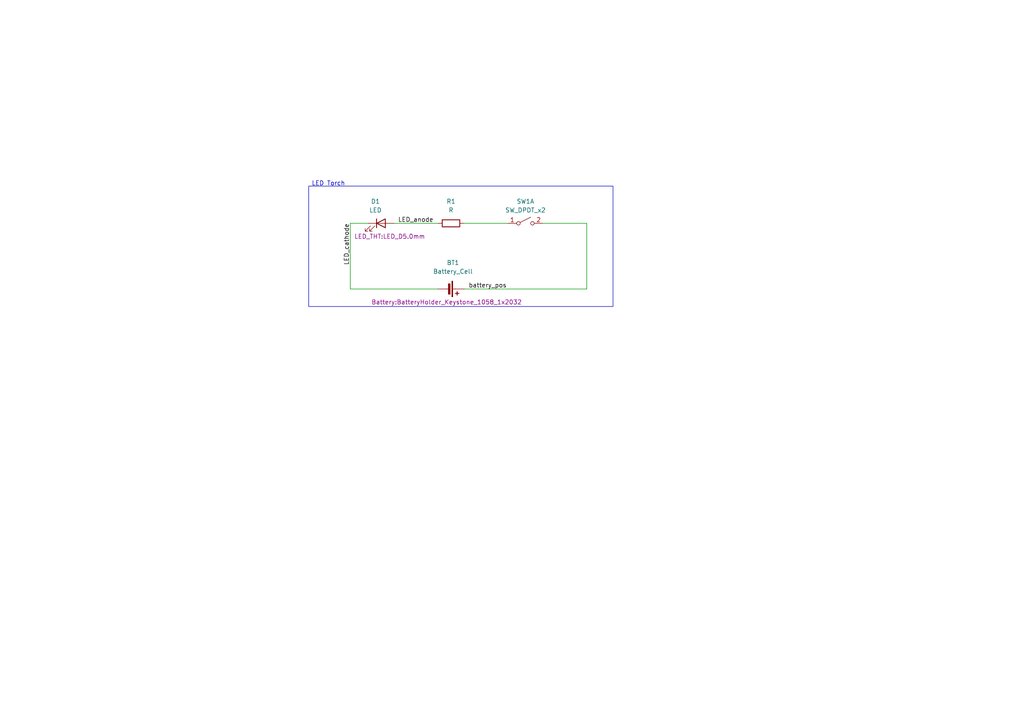
<source format=kicad_sch>
(kicad_sch (version 20250114) (generator "eeschema") (generator_version "9.0")
  (paper "A4")
  (title_block (title "Project 1 LED"))
  (lib_symbols
    (symbol "Device:Battery_Cell" (pin_numbers (hide yes)) (pin_names (offset 0) (hide yes))
      (property "Reference" "BT" (at 2.54 2.54 0))
      (property "Value" "Battery_Cell" (at 2.54 0 0))
      (symbol "Battery_Cell_0_1"
        (rectangle (start -2.286 1.778) (end 2.286 1.524) (fill (type outline)))
        (rectangle (start -1.524 1.016) (end 1.524 0.508) (fill (type outline)))
        (polyline (pts (xy 0 1.778) (xy 0 2.54)))
        (polyline (pts (xy 0 0.762) (xy 0 0)))
        (polyline (pts (xy 0.762 3.048) (xy 1.778 3.048)) (stroke (width 0.254)))
        (polyline (pts (xy 1.27 3.556) (xy 1.27 2.54)) (stroke (width 0.254)))
      )
      (symbol "Battery_Cell_1_1"
        (pin passive line (at 0 5.08 270) (length 2.54) (name "+") (number "1"))
        (pin passive line (at 0 -2.54 90) (length 2.54) (name "-") (number "2"))
      )
    )
    (symbol "Device:LED" (pin_numbers (hide yes)) (pin_names (offset 1.016) (hide yes))
      (property "Reference" "D" (at 0 2.54 0))
      (property "Value" "LED" (at 0 -2.54 0))
      (symbol "LED_0_1"
        (polyline (pts (xy -3.048 -0.762) (xy -4.572 -2.286) (xy -3.81 -2.286) (xy -4.572 -2.286) (xy -4.572 -1.524)))
        (polyline (pts (xy -1.778 -0.762) (xy -3.302 -2.286) (xy -2.54 -2.286) (xy -3.302 -2.286) (xy -3.302 -1.524)))
        (polyline (pts (xy -1.27 0) (xy 1.27 0)))
        (polyline (pts (xy -1.27 -1.27) (xy -1.27 1.27)) (stroke (width 0.254)))
        (polyline (pts (xy 1.27 -1.27) (xy 1.27 1.27) (xy -1.27 0) (xy 1.27 -1.27)) (stroke (width 0.254)))
      )
      (symbol "LED_1_1"
        (pin passive line (at -3.81 0 0) (length 2.54) (name "K") (number "1"))
        (pin passive line (at 3.81 0 180) (length 2.54) (name "A") (number "2"))
      )
    )
    (symbol "Device:R" (pin_numbers (hide yes)) (pin_names (offset 0))
      (property "Reference" "R" (at 2.032 0 90))
      (property "Value" "R" (at 0 0 90))
      (symbol "R_0_1"
        (rectangle (start -1.016 -2.54) (end 1.016 2.54) (stroke (width 0.254)))
      )
      (symbol "R_1_1"
        (pin passive line (at 0 3.81 270) (length 1.27) (name "~") (number "1"))
        (pin passive line (at 0 -3.81 90) (length 1.27) (name "~") (number "2"))
      )
    )
    (symbol "Switch:SW_DPST_x2" (pin_names (offset 0) (hide yes))
      (property "Reference" "SW" (at 0 3.175 0))
      (property "Value" "SW_DPST_x2" (at 0 -2.54 0))
      (symbol "SW_DPST_x2_0_0"
        (circle (center -2.032 0) (radius 0.508))
        (polyline (pts (xy -1.524 0.254) (xy 1.524 1.778)))
        (circle (center 2.032 0) (radius 0.508))
      )
      (symbol "SW_DPST_x2_1_1"
        (pin passive line (at -5.08 0 0) (length 2.54) (name "A") (number "1"))
        (pin passive line (at 5.08 0 180) (length 2.54) (name "B") (number "2"))
      )
      (symbol "SW_DPST_x2_2_1"
        (pin passive line (at -5.08 0 0) (length 2.54) (name "A") (number "3"))
        (pin passive line (at 5.08 0 180) (length 2.54) (name "B") (number "4"))
      )
    )
  )
  (rectangle (start 89.535 53.975) (end 177.8 88.9))
  (text "LED Torch" (at 95.25 53.34 0) (effects (font (size 1.27 1.27))))
  (wire (pts (xy 101.6 64.77) (xy 106.68 64.77)))
  (wire (pts (xy 170.18 64.77) (xy 157.48 64.77)))
  (wire (pts (xy 114.3 64.77) (xy 127 64.77)))
  (wire (pts (xy 134.62 83.82) (xy 170.18 83.82)))
  (wire (pts (xy 134.62 64.77) (xy 147.32 64.77)))
  (wire (pts (xy 127 83.82) (xy 101.6 83.82)))
  (wire (pts (xy 170.18 83.82) (xy 170.18 64.77)))
  (wire (pts (xy 101.6 83.82) (xy 101.6 64.77)))
  (label "battery_pos" (at 135.89 83.82 0))
  (label "LED_cathode" (at 101.6 64.77 270))
  (label "LED_anode" (at 125.73 64.77 180))
  (symbol (lib_id "Device:Battery_Cell") (at 129.54 83.82 270) (unit 1)
    (property "Reference" "BT1" (at 131.3815 76.2 90))
    (property "Value" "Battery_Cell" (at 131.3815 78.74 90))
    (property "Footprint" "Battery:BatteryHolder_Keystone_1058_1x2032" (at 129.54 87.63 90))
    (property "Description" "Single-cell battery" (effects (hide yes)))
  )
  (symbol (lib_id "Device:R") (at 130.81 64.77 270) (unit 1)
    (property "Reference" "R1" (at 130.81 58.42 90))
    (property "Value" "R" (at 130.81 60.96 90))
    (property "Footprint" "Resistor_THT:R_Axial_DIN0204_L3.6mm_D1.6mm_P7.62mm_Horizontal" (effects (hide yes)))
    (property "Description" "Resistor" (effects (hide yes)))
  )
  (symbol (lib_id "Device:LED") (at 110.49 64.77 0) (unit 1)
    (property "Reference" "D1" (at 108.9025 58.42 0))
    (property "Value" "LED" (at 108.9025 60.96 0))
    (property "Footprint" "LED_THT:LED_D5.0mm" (at 113.03 68.58 0))
    (property "Description" "Light emitting diode" (effects (hide yes)))
    (property "Sim.Pins" "1=K 2=A" (effects (hide yes)))
  )
  (symbol (lib_id "Switch:SW_DPST_x2") (at 152.4 64.77 0) (unit 1)
    (property "Reference" "SW1" (at 152.4 58.42 0))
    (property "Value" "SW_DPDT_x2" (at 152.4 60.96 0))
    (property "Footprint" "Button_Switch_THT:SW_TH_Tactile_Omron_B3F-10xx" (effects (hide yes)))
    (property "Description" "Single Pole Single Throw (SPST) switch, separate symbol" (effects (hide yes)))
  )
)
</source>
